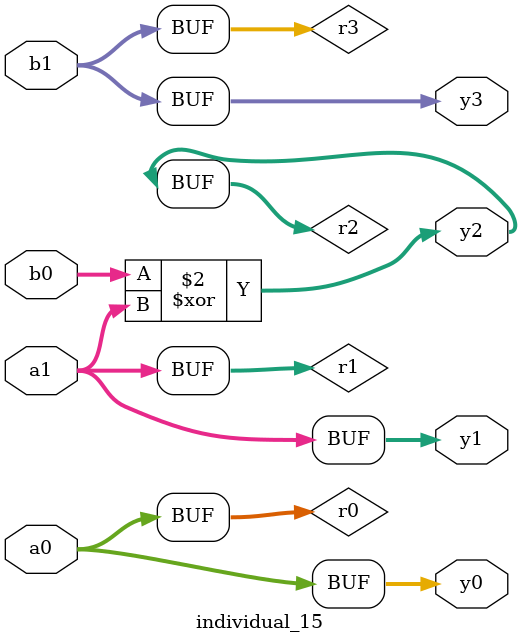
<source format=sv>
module individual_15(input logic [15:0] a1, input logic [15:0] a0, input logic [15:0] b1, input logic [15:0] b0, output logic [15:0] y3, output logic [15:0] y2, output logic [15:0] y1, output logic [15:0] y0);
logic [15:0] r0, r1, r2, r3; 
 always@(*) begin 
	 r0 = a0; r1 = a1; r2 = b0; r3 = b1; 
 	 r2  ^=  r1 ;
 	 y3 = r3; y2 = r2; y1 = r1; y0 = r0; 
end
endmodule
</source>
